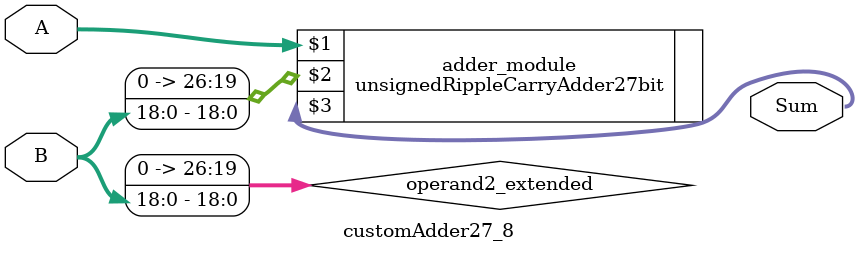
<source format=v>

module customAdder27_8(
                    input [26 : 0] A,
                    input [18 : 0] B,
                    
                    output [27 : 0] Sum
            );

    wire [26 : 0] operand2_extended;
    
    assign operand2_extended =  {8'b0, B};
    
    unsignedRippleCarryAdder27bit adder_module(
        A,
        operand2_extended,
        Sum
    );
    
endmodule
        
</source>
